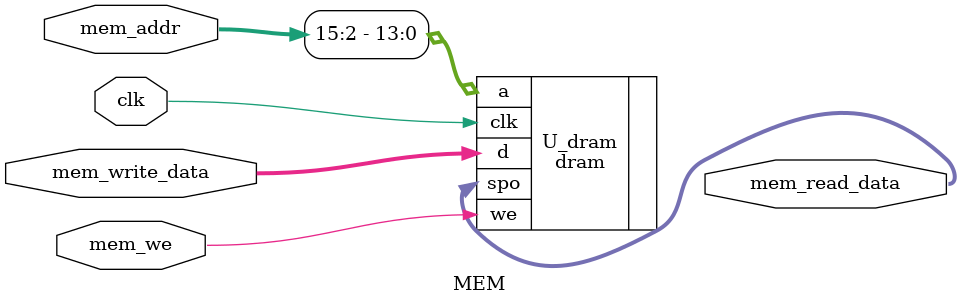
<source format=v>
module MEM (
    input  wire        clk           ,
    input  wire        mem_we        ,
    input  wire [31:0] mem_addr      ,
    input  wire [31:0] mem_write_data,

    output wire [31:0] mem_read_data
);

dram U_dram (
    // input
    .clk (clk           ), // input  wire clka
    .we  (mem_we        ), // input  wire [0:0] wea
    .a   (mem_addr[15:2]), // input  wire [13:0] addra
    .d   (mem_write_data), // input  wire [31:0] dina
    // output
    .spo (mem_read_data )  // output wire [31:0] douta
);

endmodule

</source>
